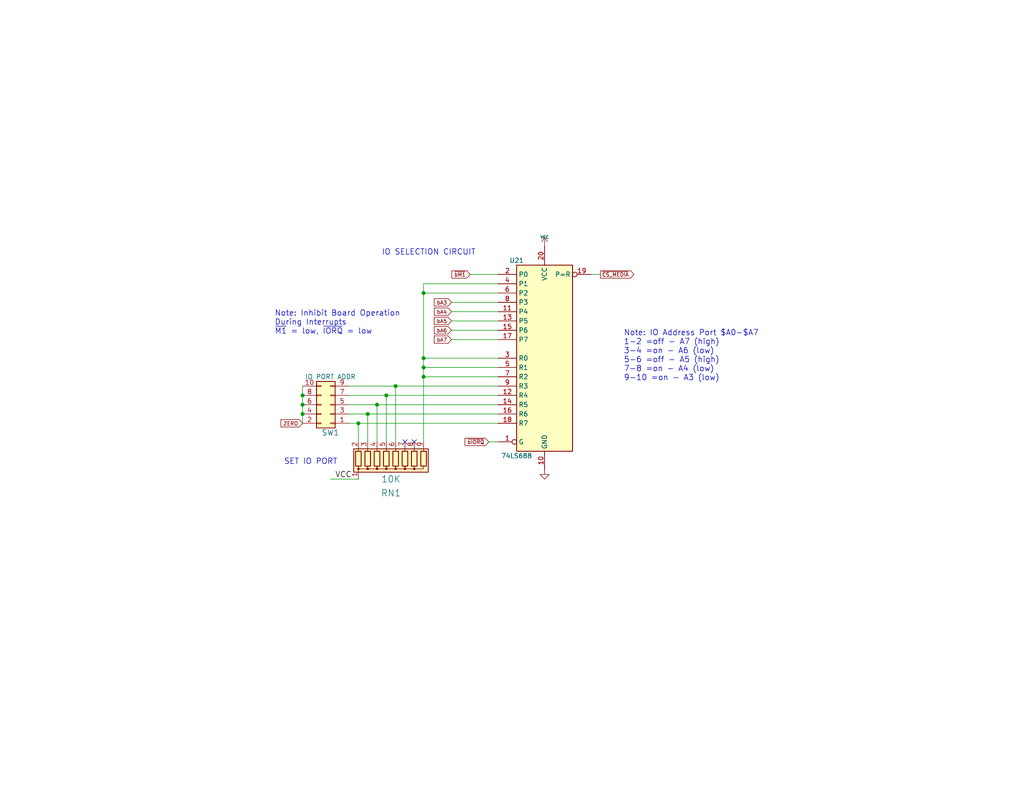
<source format=kicad_sch>
(kicad_sch (version 20211123) (generator eeschema)
  (paper "A")
  (lib_symbols
    (symbol "74xx:74LS688"
      (property "Reference" "U" (at -7.62 26.67 0))
      (property "Value" "74LS688" (at -7.62 -26.67 0))
      (symbol "74LS688_1_0"
        (pin input inverted (at -12.7 -22.86 0) (length 5.08) (name "G") (number "1"))
        (pin power_in line (at 0 -30.48 90) (length 5.08) (name "GND") (number "10"))
        (pin input line (at -12.7 12.7 0) (length 5.08) (name "P4") (number "11"))
        (pin input line (at -12.7 -10.16 0) (length 5.08) (name "R4") (number "12"))
        (pin input line (at -12.7 10.16 0) (length 5.08) (name "P5") (number "13"))
        (pin input line (at -12.7 -12.7 0) (length 5.08) (name "R5") (number "14"))
        (pin input line (at -12.7 7.62 0) (length 5.08) (name "P6") (number "15"))
        (pin input line (at -12.7 -15.24 0) (length 5.08) (name "R6") (number "16"))
        (pin input line (at -12.7 5.08 0) (length 5.08) (name "P7") (number "17"))
        (pin input line (at -12.7 -17.78 0) (length 5.08) (name "R7") (number "18"))
        (pin output inverted (at 12.7 22.86 180) (length 5.08) (name "P=R") (number "19"))
        (pin input line (at -12.7 22.86 0) (length 5.08) (name "P0") (number "2"))
        (pin power_in line (at 0 30.48 270) (length 5.08) (name "VCC") (number "20"))
        (pin input line (at -12.7 0 0) (length 5.08) (name "R0") (number "3"))
        (pin input line (at -12.7 20.32 0) (length 5.08) (name "P1") (number "4"))
        (pin input line (at -12.7 -2.54 0) (length 5.08) (name "R1") (number "5"))
        (pin input line (at -12.7 17.78 0) (length 5.08) (name "P2") (number "6"))
        (pin input line (at -12.7 -5.08 0) (length 5.08) (name "R2") (number "7"))
        (pin input line (at -12.7 15.24 0) (length 5.08) (name "P3") (number "8"))
        (pin input line (at -12.7 -7.62 0) (length 5.08) (name "R3") (number "9"))
      )
      (symbol "74LS688_1_1"
        (rectangle (start -7.62 25.4) (end 7.62 -25.4) (stroke (width 0.254)) (fill (type background)))
      )
    )
    (symbol "Connector_Generic:Conn_02x05_Odd_Even" (pin_names (offset 1.016) hide)
      (property "Reference" "J" (at 1.27 7.62 0))
      (property "Value" "Conn_02x05_Odd_Even" (at 1.27 -7.62 0))
      (symbol "Conn_02x05_Odd_Even_1_1"
        (rectangle (start -1.27 -4.953) (end 0 -5.207) (stroke (width 0.1524)))
        (rectangle (start -1.27 -2.413) (end 0 -2.667) (stroke (width 0.1524)))
        (rectangle (start -1.27 0.127) (end 0 -0.127) (stroke (width 0.1524)))
        (rectangle (start -1.27 2.667) (end 0 2.413) (stroke (width 0.1524)))
        (rectangle (start -1.27 5.207) (end 0 4.953) (stroke (width 0.1524)))
        (rectangle (start -1.27 6.35) (end 3.81 -6.35) (stroke (width 0.254)) (fill (type background)))
        (rectangle (start 3.81 -4.953) (end 2.54 -5.207) (stroke (width 0.1524)))
        (rectangle (start 3.81 -2.413) (end 2.54 -2.667) (stroke (width 0.1524)))
        (rectangle (start 3.81 0.127) (end 2.54 -0.127) (stroke (width 0.1524)))
        (rectangle (start 3.81 2.667) (end 2.54 2.413) (stroke (width 0.1524)))
        (rectangle (start 3.81 5.207) (end 2.54 4.953) (stroke (width 0.1524)))
        (pin passive line (at -5.08 5.08 0) (length 3.81) (name "Pin_1") (number "1"))
        (pin passive line (at 7.62 -5.08 180) (length 3.81) (name "Pin_10") (number "10"))
        (pin passive line (at 7.62 5.08 180) (length 3.81) (name "Pin_2") (number "2"))
        (pin passive line (at -5.08 2.54 0) (length 3.81) (name "Pin_3") (number "3"))
        (pin passive line (at 7.62 2.54 180) (length 3.81) (name "Pin_4") (number "4"))
        (pin passive line (at -5.08 0 0) (length 3.81) (name "Pin_5") (number "5"))
        (pin passive line (at 7.62 0 180) (length 3.81) (name "Pin_6") (number "6"))
        (pin passive line (at -5.08 -2.54 0) (length 3.81) (name "Pin_7") (number "7"))
        (pin passive line (at 7.62 -2.54 180) (length 3.81) (name "Pin_8") (number "8"))
        (pin passive line (at -5.08 -5.08 0) (length 3.81) (name "Pin_9") (number "9"))
      )
    )
    (symbol "Device:R_Network08" (pin_names (offset 0) hide)
      (property "Reference" "RN" (at -12.7 0 90))
      (property "Value" "R_Network08" (at 10.16 0 90))
      (symbol "R_Network08_0_1"
        (rectangle (start -11.43 -3.175) (end 8.89 3.175) (stroke (width 0.254)) (fill (type background)))
        (rectangle (start -10.922 1.524) (end -9.398 -2.54) (stroke (width 0.254)))
        (circle (center -10.16 2.286) (radius 0.254) (fill (type outline)))
        (rectangle (start -8.382 1.524) (end -6.858 -2.54) (stroke (width 0.254)))
        (circle (center -7.62 2.286) (radius 0.254) (fill (type outline)))
        (rectangle (start -5.842 1.524) (end -4.318 -2.54) (stroke (width 0.254)))
        (circle (center -5.08 2.286) (radius 0.254) (fill (type outline)))
        (rectangle (start -3.302 1.524) (end -1.778 -2.54) (stroke (width 0.254)))
        (circle (center -2.54 2.286) (radius 0.254) (fill (type outline)))
        (rectangle (start -0.762 1.524) (end 0.762 -2.54) (stroke (width 0.254)))
        (polyline (pts (xy -10.16 -2.54) (xy -10.16 -3.81)))
        (polyline (pts (xy -7.62 -2.54) (xy -7.62 -3.81)))
        (polyline (pts (xy -5.08 -2.54) (xy -5.08 -3.81)))
        (polyline (pts (xy -2.54 -2.54) (xy -2.54 -3.81)))
        (polyline (pts (xy 0 -2.54) (xy 0 -3.81)))
        (polyline (pts (xy 2.54 -2.54) (xy 2.54 -3.81)))
        (polyline (pts (xy 5.08 -2.54) (xy 5.08 -3.81)))
        (polyline (pts (xy 7.62 -2.54) (xy 7.62 -3.81)))
        (polyline (pts (xy -10.16 1.524) (xy -10.16 2.286) (xy -7.62 2.286) (xy -7.62 1.524)))
        (polyline (pts (xy -7.62 1.524) (xy -7.62 2.286) (xy -5.08 2.286) (xy -5.08 1.524)))
        (polyline (pts (xy -5.08 1.524) (xy -5.08 2.286) (xy -2.54 2.286) (xy -2.54 1.524)))
        (polyline (pts (xy -2.54 1.524) (xy -2.54 2.286) (xy 0 2.286) (xy 0 1.524)))
        (polyline (pts (xy 0 1.524) (xy 0 2.286) (xy 2.54 2.286) (xy 2.54 1.524)))
        (polyline (pts (xy 2.54 1.524) (xy 2.54 2.286) (xy 5.08 2.286) (xy 5.08 1.524)))
        (polyline (pts (xy 5.08 1.524) (xy 5.08 2.286) (xy 7.62 2.286) (xy 7.62 1.524)))
        (circle (center 0 2.286) (radius 0.254) (fill (type outline)))
        (rectangle (start 1.778 1.524) (end 3.302 -2.54) (stroke (width 0.254)))
        (circle (center 2.54 2.286) (radius 0.254) (fill (type outline)))
        (rectangle (start 4.318 1.524) (end 5.842 -2.54) (stroke (width 0.254)))
        (circle (center 5.08 2.286) (radius 0.254) (fill (type outline)))
        (rectangle (start 6.858 1.524) (end 8.382 -2.54) (stroke (width 0.254)))
      )
      (symbol "R_Network08_1_1"
        (pin passive line (at -10.16 5.08 270) (length 2.54) (name "common") (number "1"))
        (pin passive line (at -10.16 -5.08 90) (length 1.27) (name "R1") (number "2"))
        (pin passive line (at -7.62 -5.08 90) (length 1.27) (name "R2") (number "3"))
        (pin passive line (at -5.08 -5.08 90) (length 1.27) (name "R3") (number "4"))
        (pin passive line (at -2.54 -5.08 90) (length 1.27) (name "R4") (number "5"))
        (pin passive line (at 0 -5.08 90) (length 1.27) (name "R5") (number "6"))
        (pin passive line (at 2.54 -5.08 90) (length 1.27) (name "R6") (number "7"))
        (pin passive line (at 5.08 -5.08 90) (length 1.27) (name "R7") (number "8"))
        (pin passive line (at 7.62 -5.08 90) (length 1.27) (name "R8") (number "9"))
      )
    )
    (symbol "power:GND" (power) (pin_names (offset 0))
      (property "Value" "GND" (at 0 -3.81 0))
      (symbol "GND_0_1"
        (polyline (pts (xy 0 0) (xy 0 -1.27) (xy 1.27 -1.27) (xy 0 -2.54) (xy -1.27 -1.27) (xy 0 -1.27)))
      )
      (symbol "GND_1_1"
        (pin power_in line (at 0 0 270) (length 0) hide (name "GND") (number "1"))
      )
    )
    (symbol "power:VCC" (power) (pin_names (offset 0))
      (property "Value" "VCC" (at 0 3.81 0))
      (symbol "VCC_0_1"
        (polyline (pts (xy -0.762 1.27) (xy 0 2.54)))
        (polyline (pts (xy 0 0) (xy 0 2.54)))
        (polyline (pts (xy 0 2.54) (xy 0.762 1.27)))
      )
      (symbol "VCC_1_1"
        (pin power_in line (at 0 0 90) (length 0) hide (name "VCC") (number "1"))
      )
    )
  )
  (junction (at 82.55 107.95))
  (junction (at 82.55 113.03))
  (junction (at 115.57 100.33))
  (junction (at 100.33 113.03))
  (junction (at 107.95 105.41))
  (junction (at 115.57 97.79))
  (junction (at 102.87 110.49))
  (junction (at 97.79 115.57))
  (junction (at 82.55 110.49))
  (junction (at 115.57 102.87))
  (junction (at 115.57 80.01))
  (junction (at 105.41 107.95))
  (no_connect (at 110.49 120.65))
  (no_connect (at 113.03 120.65))
  (wire (pts (xy 82.55 105.41) (xy 82.55 107.95)))
  (wire (pts (xy 128.27 74.93) (xy 135.89 74.93)))
  (wire (pts (xy 115.57 102.87) (xy 115.57 120.65)))
  (wire (pts (xy 82.55 107.95) (xy 82.55 110.49)))
  (wire (pts (xy 102.87 110.49) (xy 135.89 110.49)))
  (wire (pts (xy 95.25 113.03) (xy 100.33 113.03)))
  (wire (pts (xy 97.79 120.65) (xy 97.79 115.57)))
  (wire (pts (xy 100.33 113.03) (xy 135.89 113.03)))
  (wire (pts (xy 107.95 105.41) (xy 135.89 105.41)))
  (wire (pts (xy 135.89 77.47) (xy 115.57 77.47)))
  (wire (pts (xy 82.55 113.03) (xy 82.55 115.57)))
  (wire (pts (xy 105.41 120.65) (xy 105.41 107.95)))
  (wire (pts (xy 115.57 102.87) (xy 135.89 102.87)))
  (wire (pts (xy 107.95 105.41) (xy 107.95 120.65)))
  (wire (pts (xy 115.57 97.79) (xy 135.89 97.79)))
  (wire (pts (xy 97.79 115.57) (xy 135.89 115.57)))
  (wire (pts (xy 123.19 90.17) (xy 135.89 90.17)))
  (wire (pts (xy 90.17 130.81) (xy 97.79 130.81)))
  (wire (pts (xy 115.57 80.01) (xy 115.57 97.79)))
  (wire (pts (xy 95.25 107.95) (xy 105.41 107.95)))
  (wire (pts (xy 115.57 102.87) (xy 115.57 100.33)))
  (wire (pts (xy 82.55 110.49) (xy 82.55 113.03)))
  (wire (pts (xy 95.25 110.49) (xy 102.87 110.49)))
  (wire (pts (xy 115.57 77.47) (xy 115.57 80.01)))
  (wire (pts (xy 102.87 120.65) (xy 102.87 110.49)))
  (wire (pts (xy 115.57 100.33) (xy 115.57 97.79)))
  (wire (pts (xy 123.19 82.55) (xy 135.89 82.55)))
  (wire (pts (xy 123.19 85.09) (xy 135.89 85.09)))
  (wire (pts (xy 95.25 105.41) (xy 107.95 105.41)))
  (wire (pts (xy 115.57 80.01) (xy 135.89 80.01)))
  (wire (pts (xy 123.19 87.63) (xy 135.89 87.63)))
  (wire (pts (xy 123.19 92.71) (xy 135.89 92.71)))
  (wire (pts (xy 100.33 120.65) (xy 100.33 113.03)))
  (wire (pts (xy 115.57 100.33) (xy 135.89 100.33)))
  (wire (pts (xy 161.29 74.93) (xy 163.83 74.93)))
  (wire (pts (xy 105.41 107.95) (xy 135.89 107.95)))
  (wire (pts (xy 135.89 120.65) (xy 133.35 120.65)))
  (wire (pts (xy 95.25 115.57) (xy 97.79 115.57)))
  (text "SET IO PORT" (at 77.47 127 0) (effects (font (size 1.524 1.524)) (justify left bottom)))
  (text "Note: IO Address Port $A0-$A7\n1-2 =off - A7 (high)\n3-4 =on - A6 (low)\n5-6 =off - A5 (high)\n7-8 =on - A4 (low)\n9-10 =on - A3 (low)" (at 170.18 104.14 0) (effects (font (size 1.524 1.524)) (justify left bottom)))
  (text "IO SELECTION CIRCUIT" (at 104.14 69.85 0) (effects (font (size 1.524 1.524)) (justify left bottom)))
  (text "Note: Inhibit Board Operation\nDuring Interrupts\n~{M1} = low, ~{IORQ} = low" (at 74.93 91.44 0) (effects (font (size 1.524 1.524)) (justify left bottom)))
  (label "VCC" (at 91.44 130.81 0) (effects (font (size 1.524 1.524))))
  (global_label "~{CS_MEDIA}" (shape output) (at 163.83 74.93 0) (effects (font (size 1.016 1.016))) (property "Intersheet References" "${INTERSHEET_REFS}" (effects hide)))
  (global_label "bA4" (shape input) (at 123.19 85.09 180) (effects (font (size 1.016 1.016))) (property "Intersheet References" "${INTERSHEET_REFS}" (effects hide)))
  (global_label "bA6" (shape input) (at 123.19 90.17 180) (effects (font (size 1.016 1.016))) (property "Intersheet References" "${INTERSHEET_REFS}" (effects hide)))
  (global_label "~{bIORQ}" (shape input) (at 133.35 120.65 180) (effects (font (size 1.016 1.016))) (property "Intersheet References" "${INTERSHEET_REFS}" (effects hide)))
  (global_label "ZERO" (shape input) (at 82.55 115.57 180) (effects (font (size 1.016 1.016))) (property "Intersheet References" "${INTERSHEET_REFS}" (effects hide)))
  (global_label "bA5" (shape input) (at 123.19 87.63 180) (effects (font (size 1.016 1.016))) (property "Intersheet References" "${INTERSHEET_REFS}" (effects hide)))
  (global_label "bA3" (shape input) (at 123.19 82.55 180) (effects (font (size 1.016 1.016))) (property "Intersheet References" "${INTERSHEET_REFS}" (effects hide)))
  (global_label "bA7" (shape input) (at 123.19 92.71 180) (effects (font (size 1.016 1.016))) (property "Intersheet References" "${INTERSHEET_REFS}" (effects hide)))
  (global_label "~{bM1}" (shape input) (at 128.27 74.93 180) (effects (font (size 1.016 1.016))) (property "Intersheet References" "${INTERSHEET_REFS}" (effects hide)))
  (symbol (lib_id "Connector_Generic:Conn_02x05_Odd_Even") (at 90.17 110.49 180) (unit 1)
    (property "Reference" "SW1" (at 90.17 118.11 0) (effects (font (size 1.524 1.524))))
    (property "Value" "IO PORT ADDR" (at 90.17 102.87 0))
    (property "Footprint" "Connector_PinHeader_2.54mm:PinHeader_2x05_P2.54mm_Vertical" (effects hide))
  )
  (symbol (lib_id "power:VCC") (at 148.59 67.31 0) (unit 1)
    (property "Reference" "#PWR059" (effects hide))
    (property "Value" "VCC" (at 148.59 64.77 0) (effects (font (size 0.762 0.762))))
  )
  (symbol (lib_id "74xx:74LS688") (at 148.59 97.79 0) (unit 1)
    (property "Reference" "U21" (at 140.97 71.12 0))
    (property "Value" "74LS688" (at 140.97 124.46 0))
    (property "Footprint" "Package_DIP:DIP-20_W7.62mm" (effects hide))
    (property "Datasheet" "http://www.ti.com/lit/gpn/sn74LS688" (effects hide))
  )
  (symbol (lib_id "Device:R_Network08") (at 107.95 125.73 0) (mirror x) (unit 1)
    (property "Reference" "RN1" (at 106.68 134.62 0) (effects (font (size 1.778 1.778))))
    (property "Value" "10K" (at 106.68 130.81 0) (effects (font (size 1.778 1.778))))
    (property "Footprint" "Resistor_THT:R_Array_SIP9" (effects hide))
    (property "Datasheet" "http://www.vishay.com/docs/31509/csc.pdf" (effects hide))
  )
  (symbol (lib_id "power:GND") (at 148.59 128.27 0) (unit 1)
    (property "Reference" "#PWR060" (effects hide))
    (property "Value" "GND" (effects hide))
  )
)
</source>
